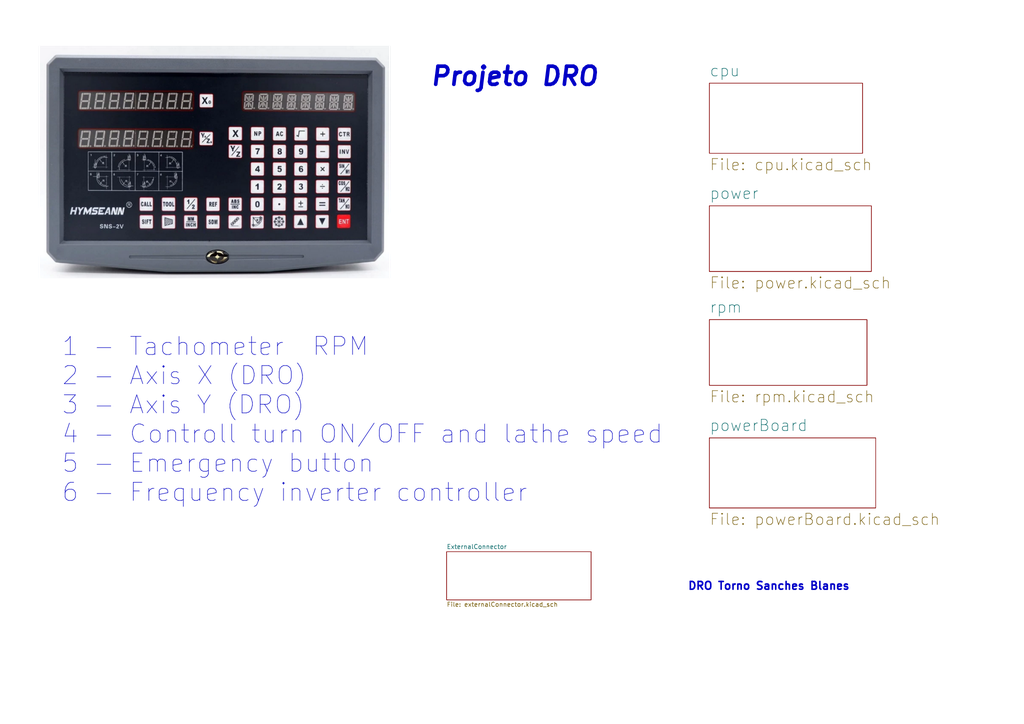
<source format=kicad_sch>
(kicad_sch (version 20211123) (generator eeschema)
  (paper "A4")
  (title_block (title "Projeto DRO") (date "2021-09-11") (rev "1.0.0"))
  (lib_symbols)
  (image (at 62.23 46.99) (scale 2))
  (text "DRO Torno Sanches Blanes" (at 199.39 171.45 0) (effects (font (size 2.2606 2.2606) (thickness 0.4521) bold) (justify left bottom)))
  (text "Projeto DRO" (at 124.46 25.4 0) (effects (font (size 5.2578 5.2578) (thickness 1.0516) bold italic) (justify left bottom)))
  (text "1 - Tachometer  RPM\n2 - Axis X (DRO)\n3 - Axis Y (DRO)\n4 - Controll turn ON/OFF and lathe speed\n5 - Emergency button\n6 - Frequency inverter controller" (at 17.78 146.05 0) (effects (font (size 5.2578 5.2578)) (justify left bottom)))
  (sheet (at 205.74 127) (size 48.26 20.32)
    (property "Sheet name" "powerBoard" (at 205.74 125.2851 0) (effects (font (size 3.2766 3.2766)) (justify left bottom)))
    (property "Sheet file" "powerBoard.kicad_sch" (at 205.74 148.7072 0) (effects (font (size 3.2766 3.2766)) (justify left top)))
  )
  (sheet (at 205.74 92.71) (size 45.72 19.05)
    (property "Sheet name" "rpm" (at 205.74 90.9951 0) (effects (font (size 3.2766 3.2766)) (justify left bottom)))
    (property "Sheet file" "rpm.kicad_sch" (at 205.74 113.1472 0) (effects (font (size 3.2766 3.2766)) (justify left top)))
  )
  (sheet (at 205.74 59.69) (size 46.99 19.05)
    (property "Sheet name" "power" (at 205.74 57.9751 0) (effects (font (size 3.2766 3.2766)) (justify left bottom)))
    (property "Sheet file" "power.kicad_sch" (at 205.74 80.1272 0) (effects (font (size 3.2766 3.2766)) (justify left top)))
  )
  (sheet (at 205.74 24.13) (size 44.45 20.32)
    (property "Sheet name" "cpu" (at 205.74 22.4151 0) (effects (font (size 3.2766 3.2766)) (justify left bottom)))
    (property "Sheet file" "cpu.kicad_sch" (at 205.74 45.8372 0) (effects (font (size 3.2766 3.2766)) (justify left top)))
  )
  (sheet (at 129.54 160.02) (size 41.91 13.97)
    (property "Sheet name" "ExternalConnector" (at 129.54 159.3084 0) (effects (justify left bottom)))
    (property "Sheet file" "externalConnector.kicad_sch" (at 129.54 174.5746 0) (effects (justify left top)))
  )
)
</source>
